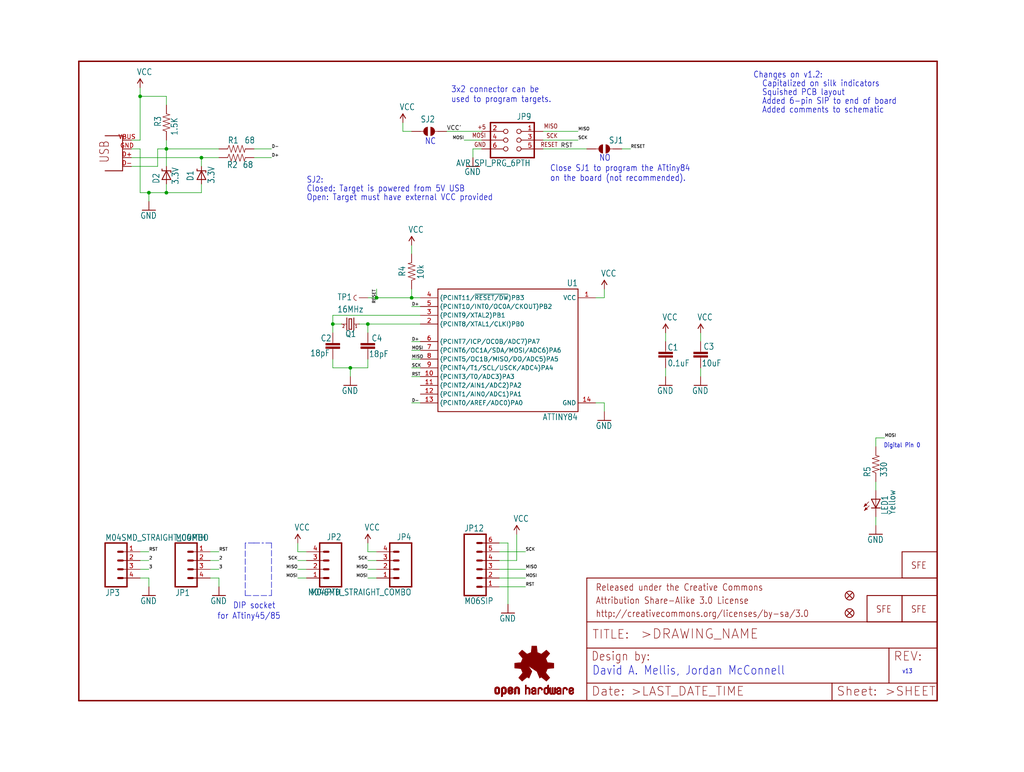
<source format=kicad_sch>
(kicad_sch (version 20211123) (generator eeschema)
  (paper "User" 297.002 223.926)
  (lib_symbols
    (symbol "eagleSchem-eagle-import:ATTINY84"
      (property "Value" "ATTINY84" (at -20.32 -20.32 0))
      (symbol "ATTINY84_1_0"
        (pin bidirectional line (at -25.4 15.24 0) (length 5.08) (name "VCC") (number "1"))
        (pin bidirectional line (at 25.4 -7.62 180) (length 5.08) (name "(PCINT3/T0/ADC3)PA3") (number "10"))
        (pin bidirectional line (at 25.4 -10.16 180) (length 5.08) (name "(PCINT2/AIN1/ADC2)PA2") (number "11"))
        (pin bidirectional line (at 25.4 -12.7 180) (length 5.08) (name "(PCINT1/AIN0/ADC1)PA1") (number "12"))
        (pin bidirectional line (at 25.4 -15.24 180) (length 5.08) (name "(PCINT0/AREF/ADC0)PA0") (number "13"))
        (pin bidirectional line (at -25.4 -15.24 0) (length 5.08) (name "GND") (number "14"))
        (pin bidirectional line (at 25.4 7.62 180) (length 5.08) (name "(PCINT8/XTAL1/CLKI)PB0") (number "2"))
        (pin bidirectional line (at 25.4 10.16 180) (length 5.08) (name "(PCINT9/XTAL2)PB1") (number "3"))
        (pin bidirectional line (at 25.4 15.24 180) (length 5.08) (name "(PCINT11/~{RESET/DW})PB3") (number "4"))
        (pin bidirectional line (at 25.4 12.7 180) (length 5.08) (name "(PCINT10/INT0/OC0A/CKOUT)PB2") (number "5"))
        (pin bidirectional line (at 25.4 2.54 180) (length 5.08) (name "(PCINT7/ICP/OC0B/ADC7)PA7") (number "6"))
        (pin bidirectional line (at 25.4 0 180) (length 5.08) (name "(PCINT6/OC1A/SDA/MOSI/ADC6)PA6") (number "7"))
        (pin bidirectional line (at 25.4 -2.54 180) (length 5.08) (name "(PCINT5/OC1B/MISO/DO/ADC5)PA5") (number "8"))
        (pin bidirectional line (at 25.4 -5.08 180) (length 5.08) (name "(PCINT4/T1/SCL/USCK/ADC4)PA4") (number "9"))
      )
    )
    (symbol "eagleSchem-eagle-import:AVR_SPI_PRG_6PTH"
      (property "Reference" "J" (at -4.318 5.842 0))
      (property "Value" "AVR_SPI_PRG_6PTH" (at -4.064 -7.62 0))
      (symbol "AVR_SPI_PRG_6PTH_1_0"
        (text "+5" (at 8.89 3.048 0) (effects (font (size 1.27 1.0795)) (justify left bottom)))
        (text "GND" (at 8.89 -2.032 0) (effects (font (size 1.27 1.0795)) (justify left bottom)))
        (text "MISO" (at -11.938 3.302 0) (effects (font (size 1.27 1.0795)) (justify left bottom)))
        (text "MOSI" (at 8.89 0.635 0) (effects (font (size 1.27 1.0795)) (justify left bottom)))
        (text "RESET" (at -11.938 -2.032 0) (effects (font (size 1.27 1.0795)) (justify left bottom)))
        (text "SCK" (at -11.938 0.508 0) (effects (font (size 1.27 1.0795)) (justify left bottom)))
        (pin passive inverted (at -7.62 2.54 0) (length 7.62) (name "1") (number "1"))
        (pin passive inverted (at 10.16 2.54 180) (length 7.62) (name "2") (number "2"))
        (pin passive inverted (at -7.62 0 0) (length 7.62) (name "3") (number "3"))
        (pin passive inverted (at 10.16 0 180) (length 7.62) (name "4") (number "4"))
        (pin passive inverted (at -7.62 -2.54 0) (length 7.62) (name "5") (number "5"))
        (pin passive inverted (at 10.16 -2.54 180) (length 7.62) (name "6") (number "6"))
      )
    )
    (symbol "eagleSchem-eagle-import:CAP0402-CAP"
      (property "Reference" "C" (at 1.524 2.921 0))
      (property "Value" "CAP0402-CAP" (at 1.524 -2.159 0))
      (symbol "CAP0402-CAP_1_0"
        (pin passive line (at 0 5.08 270) (length 2.54) (name "1") (number "1"))
        (pin passive line (at 0 -2.54 90) (length 2.54) (name "2") (number "2"))
      )
    )
    (symbol "eagleSchem-eagle-import:CRYSTAL5X3"
      (property "Reference" "Y" (at 2.54 1.016 0))
      (property "Value" "CRYSTAL5X3" (at 2.54 -2.54 0))
      (symbol "CRYSTAL5X3_1_0"
        (text "1" (at -2.159 -1.143 0) (effects (font (size 0.8636 0.734)) (justify left bottom)))
        (text "2" (at 1.524 -1.143 0) (effects (font (size 0.8636 0.734)) (justify left bottom)))
        (pin passive line (at -2.54 0 0) (length 0) (name "1") (number "1"))
        (pin passive line (at 2.54 0 180) (length 0) (name "2") (number "3"))
      )
    )
    (symbol "eagleSchem-eagle-import:DIODE-ZENER-BZT52"
      (property "Value" "DIODE-ZENER-BZT52" (at 2.54 -2.3114 0))
      (symbol "DIODE-ZENER-BZT52_1_0"
        (pin passive line (at 2.54 0 180) (length 2.54) (name "C") (number "1"))
        (pin passive line (at -2.54 0 0) (length 2.54) (name "A") (number "2"))
      )
    )
    (symbol "eagleSchem-eagle-import:FIDUCIALUFIDUCIAL")
    (symbol "eagleSchem-eagle-import:FRAME-LETTER"
      (symbol "FRAME-LETTER_2_0"
        (text ">DRAWING_NAME" (at 15.494 17.78 0) (effects (font (size 2.7432 2.7432)) (justify left bottom)))
        (text ">LAST_DATE_TIME" (at 12.7 1.27 0) (effects (font (size 2.54 2.54)) (justify left bottom)))
        (text ">SHEET" (at 86.36 1.27 0) (effects (font (size 2.54 2.54)) (justify left bottom)))
        (text "Attribution Share-Alike 3.0 License" (at 2.54 27.94 0) (effects (font (size 1.9304 1.6408)) (justify left bottom)))
        (text "Date:" (at 1.27 1.27 0) (effects (font (size 2.54 2.54)) (justify left bottom)))
        (text "Design by:" (at 1.27 11.43 0) (effects (font (size 2.54 2.159)) (justify left bottom)))
        (text "http://creativecommons.org/licenses/by-sa/3.0" (at 2.54 24.13 0) (effects (font (size 1.9304 1.6408)) (justify left bottom)))
        (text "Released under the Creative Commons" (at 2.54 31.75 0) (effects (font (size 1.9304 1.6408)) (justify left bottom)))
        (text "REV:" (at 88.9 11.43 0) (effects (font (size 2.54 2.54)) (justify left bottom)))
        (text "Sheet:" (at 72.39 1.27 0) (effects (font (size 2.54 2.54)) (justify left bottom)))
        (text "TITLE:" (at 1.524 17.78 0) (effects (font (size 2.54 2.54)) (justify left bottom)))
      )
    )
    (symbol "eagleSchem-eagle-import:GND" (power)
      (property "Value" "GND" (at -2.54 -2.54 0))
      (symbol "GND_1_0"
        (pin power_in line (at 0 2.54 270) (length 2.54) (name "GND") (number "1"))
      )
    )
    (symbol "eagleSchem-eagle-import:LED0603"
      (property "Reference" "LED" (at 3.556 -4.572 90))
      (property "Value" "LED0603" (at 5.715 -4.572 90))
      (symbol "LED0603_1_0"
        (pin passive line (at 0 2.54 270) (length 2.54) (name "A") (number "A"))
        (pin passive line (at 0 -5.08 90) (length 2.54) (name "C") (number "C"))
      )
    )
    (symbol "eagleSchem-eagle-import:LOGO-SFENW2"
      (symbol "LOGO-SFENW2_1_0"
        (text "SFE" (at 0 0 0) (effects (font (size 1.9304 1.6408)) (justify left bottom)))
      )
    )
    (symbol "eagleSchem-eagle-import:LOGO-SFESK"
      (symbol "LOGO-SFESK_1_0"
        (text "SFE" (at 0 0 0) (effects (font (size 1.9304 1.6408)) (justify left bottom)))
      )
    )
    (symbol "eagleSchem-eagle-import:M04PTH"
      (property "Reference" "JP" (at -5.08 8.382 0))
      (property "Value" "M04PTH" (at -5.08 -7.62 0))
      (symbol "M04PTH_1_0"
        (pin passive line (at 5.08 -2.54 180) (length 5.08) (name "1") (number "1"))
        (pin passive line (at 5.08 0 180) (length 5.08) (name "2") (number "2"))
        (pin passive line (at 5.08 2.54 180) (length 5.08) (name "3") (number "3"))
        (pin passive line (at 5.08 5.08 180) (length 5.08) (name "4") (number "4"))
      )
    )
    (symbol "eagleSchem-eagle-import:M04SMD_STRAIGHT_COMBO"
      (property "Reference" "JP" (at -5.08 8.382 0))
      (property "Value" "M04SMD_STRAIGHT_COMBO" (at -5.08 -7.62 0))
      (symbol "M04SMD_STRAIGHT_COMBO_1_0"
        (pin passive line (at 5.08 -2.54 180) (length 5.08) (name "1") (number "1"))
        (pin passive line (at 5.08 0 180) (length 5.08) (name "2") (number "2"))
        (pin passive line (at 5.08 2.54 180) (length 5.08) (name "3") (number "3"))
        (pin passive line (at 5.08 5.08 180) (length 5.08) (name "4") (number "4"))
      )
    )
    (symbol "eagleSchem-eagle-import:M06SIP"
      (property "Reference" "JP" (at -5.08 10.922 0))
      (property "Value" "M06SIP" (at -5.08 -10.16 0))
      (symbol "M06SIP_1_0"
        (pin passive line (at 5.08 -5.08 180) (length 5.08) (name "1") (number "1"))
        (pin passive line (at 5.08 -2.54 180) (length 5.08) (name "2") (number "2"))
        (pin passive line (at 5.08 0 180) (length 5.08) (name "3") (number "3"))
        (pin passive line (at 5.08 2.54 180) (length 5.08) (name "4") (number "4"))
        (pin passive line (at 5.08 5.08 180) (length 5.08) (name "5") (number "5"))
        (pin passive line (at 5.08 7.62 180) (length 5.08) (name "6") (number "6"))
      )
    )
    (symbol "eagleSchem-eagle-import:OSHW-LOGOS")
    (symbol "eagleSchem-eagle-import:RESISTOR0402-RES"
      (property "Reference" "R" (at -3.81 1.4986 0))
      (property "Value" "RESISTOR0402-RES" (at -3.81 -3.302 0))
      (symbol "RESISTOR0402-RES_1_0"
        (pin passive line (at -5.08 0 0) (length 2.54) (name "1") (number "1"))
        (pin passive line (at 5.08 0 180) (length 2.54) (name "2") (number "2"))
      )
    )
    (symbol "eagleSchem-eagle-import:SOLDERJUMPERNC"
      (property "Reference" "SJ" (at -2.54 2.54 0))
      (property "Value" "SOLDERJUMPERNC" (at -2.54 -5.08 0))
      (symbol "SOLDERJUMPERNC_1_0"
        (pin passive line (at -5.08 0 0) (length 2.54) (name "1") (number "1"))
        (pin passive line (at 5.08 0 180) (length 2.54) (name "2") (number "2"))
      )
    )
    (symbol "eagleSchem-eagle-import:SOLDERJUMPERNO"
      (property "Reference" "SJ" (at -2.54 2.54 0))
      (property "Value" "SOLDERJUMPERNO" (at -2.54 -5.08 0))
      (symbol "SOLDERJUMPERNO_1_0"
        (pin passive line (at -5.08 0 0) (length 2.54) (name "1") (number "1"))
        (pin passive line (at 5.08 0 180) (length 2.54) (name "2") (number "2"))
      )
    )
    (symbol "eagleSchem-eagle-import:TEST-POINT3"
      (property "Reference" "TP" (at -2.54 2.54 0))
      (property "Value" "TEST-POINT3" (at -2.54 -2.54 0))
      (symbol "TEST-POINT3_1_0"
        (pin bidirectional line (at 0 0 180) (length 0) (name "1") (number "P$1"))
      )
    )
    (symbol "eagleSchem-eagle-import:USB-A-H"
      (symbol "USB-A-H_1_0"
        (text "USB" (at 3.81 0 900) (effects (font (size 2.54 2.159)) (justify left bottom)))
        (pin bidirectional line (at -2.54 5.08 0) (length 2.54) (name "D-") (number "D+"))
        (pin bidirectional line (at -2.54 7.62 0) (length 2.54) (name "D+") (number "D-"))
        (pin bidirectional line (at -2.54 2.54 0) (length 2.54) (name "VBUS") (number "GND"))
        (pin bidirectional line (at -2.54 0 0) (length 2.54) (name "GND") (number "VBUS"))
      )
    )
    (symbol "eagleSchem-eagle-import:VCC" (power)
      (property "Value" "VCC" (at -1.016 3.556 0))
      (symbol "VCC_1_0"
        (pin power_in line (at 0 0 90) (length 2.54) (name "VCC") (number "1"))
      )
    )
  )
  (junction (at 106.68 93.98))
  (junction (at 48.26 55.88))
  (junction (at 48.26 43.18))
  (junction (at 40.64 27.94))
  (junction (at 43.18 55.88))
  (junction (at 109.22 86.36))
  (junction (at 119.38 86.36))
  (junction (at 96.52 93.98))
  (junction (at 58.42 45.72))
  (junction (at 101.6 106.68))
  (wire (pts (xy 40.64 25.4) (xy 40.64 27.94)))
  (wire (pts (xy 175.26 116.84) (xy 172.72 116.84)))
  (wire (pts (xy 40.64 167.64) (xy 43.18 167.64)))
  (wire (pts (xy 254 149.86) (xy 254 152.4)))
  (wire (pts (xy 96.52 106.68) (xy 101.6 106.68)))
  (wire (pts (xy 63.5 167.64) (xy 63.5 170.18)))
  (polyline (pts (xy 71.12 157.48) (xy 71.12 172.72)))
  (polyline (pts (xy 78.74 172.72) (xy 78.74 157.48)))
  (wire (pts (xy 254 139.7) (xy 254 142.24)))
  (wire (pts (xy 119.38 73.66) (xy 119.38 71.12)))
  (wire (pts (xy 96.52 104.14) (xy 96.52 106.68)))
  (wire (pts (xy 193.04 106.68) (xy 193.04 109.22)))
  (wire (pts (xy 254 129.54) (xy 254 127)))
  (wire (pts (xy 121.92 88.9) (xy 119.38 88.9)))
  (wire (pts (xy 60.96 160.02) (xy 63.5 160.02)))
  (wire (pts (xy 203.2 96.52) (xy 203.2 99.06)))
  (wire (pts (xy 58.42 55.88) (xy 58.42 53.34)))
  (wire (pts (xy 144.78 157.48) (xy 147.32 157.48)))
  (wire (pts (xy 88.9 167.64) (xy 86.36 167.64)))
  (wire (pts (xy 254 127) (xy 256.54 127)))
  (wire (pts (xy 86.36 160.02) (xy 86.36 157.48)))
  (wire (pts (xy 109.22 167.64) (xy 106.68 167.64)))
  (polyline (pts (xy 73.66 157.48) (xy 71.12 157.48)))
  (wire (pts (xy 40.64 55.88) (xy 43.18 55.88)))
  (wire (pts (xy 101.6 106.68) (xy 101.6 109.22)))
  (wire (pts (xy 40.64 27.94) (xy 40.64 40.64)))
  (wire (pts (xy 180.34 43.18) (xy 182.88 43.18)))
  (wire (pts (xy 109.22 86.36) (xy 119.38 86.36)))
  (wire (pts (xy 109.22 83.82) (xy 109.22 86.36)))
  (wire (pts (xy 116.84 38.1) (xy 116.84 35.56)))
  (wire (pts (xy 119.38 104.14) (xy 121.92 104.14)))
  (wire (pts (xy 144.78 167.64) (xy 152.4 167.64)))
  (wire (pts (xy 63.5 45.72) (xy 58.42 45.72)))
  (wire (pts (xy 121.92 93.98) (xy 106.68 93.98)))
  (wire (pts (xy 58.42 48.26) (xy 58.42 45.72)))
  (wire (pts (xy 60.96 162.56) (xy 63.5 162.56)))
  (wire (pts (xy 88.9 165.1) (xy 86.36 165.1)))
  (wire (pts (xy 48.26 27.94) (xy 48.26 30.48)))
  (wire (pts (xy 193.04 96.52) (xy 193.04 99.06)))
  (wire (pts (xy 40.64 40.64) (xy 38.1 40.64)))
  (wire (pts (xy 106.68 106.68) (xy 101.6 106.68)))
  (wire (pts (xy 119.38 101.6) (xy 121.92 101.6)))
  (wire (pts (xy 106.68 93.98) (xy 106.68 96.52)))
  (wire (pts (xy 96.52 93.98) (xy 96.52 96.52)))
  (wire (pts (xy 40.64 162.56) (xy 43.18 162.56)))
  (wire (pts (xy 38.1 48.26) (xy 45.72 48.26)))
  (wire (pts (xy 60.96 167.64) (xy 63.5 167.64)))
  (wire (pts (xy 60.96 165.1) (xy 63.5 165.1)))
  (wire (pts (xy 175.26 116.84) (xy 175.26 119.38)))
  (polyline (pts (xy 78.74 157.48) (xy 76.2 157.48)))
  (wire (pts (xy 119.38 83.82) (xy 119.38 86.36)))
  (wire (pts (xy 99.06 93.98) (xy 96.52 93.98)))
  (wire (pts (xy 149.86 162.56) (xy 149.86 154.94)))
  (wire (pts (xy 157.48 38.1) (xy 167.64 38.1)))
  (wire (pts (xy 58.42 45.72) (xy 38.1 45.72)))
  (wire (pts (xy 139.7 43.18) (xy 137.16 43.18)))
  (wire (pts (xy 48.26 55.88) (xy 43.18 55.88)))
  (wire (pts (xy 88.9 162.56) (xy 86.36 162.56)))
  (wire (pts (xy 147.32 157.48) (xy 147.32 175.26)))
  (wire (pts (xy 40.64 165.1) (xy 43.18 165.1)))
  (wire (pts (xy 109.22 160.02) (xy 106.68 160.02)))
  (wire (pts (xy 121.92 99.06) (xy 119.38 99.06)))
  (wire (pts (xy 144.78 160.02) (xy 152.4 160.02)))
  (wire (pts (xy 121.92 86.36) (xy 119.38 86.36)))
  (wire (pts (xy 175.26 86.36) (xy 175.26 83.82)))
  (wire (pts (xy 139.7 38.1) (xy 129.54 38.1)))
  (wire (pts (xy 137.16 43.18) (xy 137.16 45.72)))
  (wire (pts (xy 40.64 43.18) (xy 40.64 55.88)))
  (wire (pts (xy 73.66 45.72) (xy 78.74 45.72)))
  (wire (pts (xy 144.78 165.1) (xy 152.4 165.1)))
  (wire (pts (xy 48.26 27.94) (xy 40.64 27.94)))
  (wire (pts (xy 48.26 40.64) (xy 48.26 43.18)))
  (wire (pts (xy 45.72 43.18) (xy 48.26 43.18)))
  (wire (pts (xy 63.5 43.18) (xy 48.26 43.18)))
  (wire (pts (xy 43.18 167.64) (xy 43.18 170.18)))
  (wire (pts (xy 48.26 43.18) (xy 48.26 48.26)))
  (wire (pts (xy 109.22 162.56) (xy 106.68 162.56)))
  (wire (pts (xy 172.72 86.36) (xy 175.26 86.36)))
  (wire (pts (xy 203.2 106.68) (xy 203.2 109.22)))
  (wire (pts (xy 106.68 86.36) (xy 109.22 86.36)))
  (wire (pts (xy 48.26 55.88) (xy 48.26 53.34)))
  (wire (pts (xy 119.38 106.68) (xy 121.92 106.68)))
  (wire (pts (xy 40.64 160.02) (xy 43.18 160.02)))
  (wire (pts (xy 144.78 162.56) (xy 149.86 162.56)))
  (wire (pts (xy 73.66 43.18) (xy 78.74 43.18)))
  (wire (pts (xy 157.48 40.64) (xy 167.64 40.64)))
  (wire (pts (xy 106.68 93.98) (xy 104.14 93.98)))
  (wire (pts (xy 121.92 91.44) (xy 96.52 91.44)))
  (wire (pts (xy 157.48 43.18) (xy 170.18 43.18)))
  (wire (pts (xy 109.22 165.1) (xy 106.68 165.1)))
  (wire (pts (xy 45.72 48.26) (xy 45.72 43.18)))
  (wire (pts (xy 119.38 38.1) (xy 116.84 38.1)))
  (wire (pts (xy 88.9 160.02) (xy 86.36 160.02)))
  (wire (pts (xy 43.18 55.88) (xy 43.18 58.42)))
  (wire (pts (xy 106.68 104.14) (xy 106.68 106.68)))
  (wire (pts (xy 119.38 109.22) (xy 121.92 109.22)))
  (wire (pts (xy 48.26 55.88) (xy 58.42 55.88)))
  (wire (pts (xy 38.1 43.18) (xy 40.64 43.18)))
  (polyline (pts (xy 71.12 172.72) (xy 78.74 172.72)))
  (wire (pts (xy 144.78 170.18) (xy 152.4 170.18)))
  (polyline (pts (xy 73.66 157.48) (xy 76.2 157.48)))
  (wire (pts (xy 106.68 160.02) (xy 106.68 157.48)))
  (wire (pts (xy 96.52 91.44) (xy 96.52 93.98)))
  (wire (pts (xy 121.92 116.84) (xy 119.38 116.84)))
  (wire (pts (xy 139.7 40.64) (xy 134.62 40.64)))
  (text "NC" (at 123.19 42.164 180) (effects (font (size 1.778 1.5113)) (justify left bottom)))
  (text "Close SJ1 to program the ATtiny84\non the board (not recommended)." (at 159.512 52.832 0) (effects (font (size 1.778 1.5113)) (justify left bottom)))
  (text "Capitalized on silk indicators" (at 220.98 25.4 180) (effects (font (size 1.778 1.5113)) (justify left bottom)))
  (text "SJ2:" (at 88.9 53.34 180) (effects (font (size 1.778 1.5113)) (justify left bottom)))
  (text "David A. Mellis, Jordan McConnell" (at 171.704 196.088 180) (effects (font (size 2.54 2.159)) (justify left bottom)))
  (text "Open: Target must have external VCC provided" (at 88.9 58.42 180) (effects (font (size 1.778 1.5113)) (justify left bottom)))
  (text "Added 6-pin SIP to end of board" (at 220.98 30.48 180) (effects (font (size 1.778 1.5113)) (justify left bottom)))
  (text "for ATtiny45/85" (at 62.992 179.832 180) (effects (font (size 1.778 1.5113)) (justify left bottom)))
  (text "Closed: Target is powered from 5V USB" (at 88.9 55.88 180) (effects (font (size 1.778 1.5113)) (justify left bottom)))
  (text "NO" (at 173.736 46.99 180) (effects (font (size 1.778 1.5113)) (justify left bottom)))
  (text "v13" (at 261.62 195.58 180) (effects (font (size 1.27 1.0795)) (justify left bottom)))
  (text "Digital Pin 0" (at 256.286 130.048 180) (effects (font (size 1.27 1.0795)) (justify left bottom)))
  (text "DIP socket" (at 67.564 176.784 180) (effects (font (size 1.778 1.5113)) (justify left bottom)))
  (text "Squished PCB layout" (at 220.98 27.94 180) (effects (font (size 1.778 1.5113)) (justify left bottom)))
  (text "Added comments to schematic" (at 220.98 33.02 180) (effects (font (size 1.778 1.5113)) (justify left bottom)))
  (text "Changes on v1.2:" (at 218.44 22.86 180) (effects (font (size 1.778 1.5113)) (justify left bottom)))
  (text "3x2 connector can be\nused to program targets." (at 130.81 29.972 180) (effects (font (size 1.778 1.5113)) (justify left bottom)))
  (label "MISO" (at 167.64 38.1 0) (effects (font (size 0.889 0.889))))
  (label "RESET" (at 109.22 83.82 270) (effects (font (size 0.889 0.889))))
  (label "2" (at 63.5 162.56 0) (effects (font (size 0.889 0.889))))
  (label "MOSI" (at 119.38 101.6 0) (effects (font (size 0.889 0.889))))
  (label "D-" (at 78.74 43.18 0) (effects (font (size 0.889 0.889))))
  (label "MISO" (at 86.36 165.1 180) (effects (font (size 0.889 0.889))))
  (label "D+" (at 119.38 99.06 0) (effects (font (size 0.889 0.889))))
  (label "MOSI" (at 134.62 40.64 180) (effects (font (size 0.889 0.889))))
  (label "RST" (at 152.4 170.18 0) (effects (font (size 0.889 0.889))))
  (label "MOSI" (at 256.54 127 0) (effects (font (size 0.889 0.889))))
  (label "D+" (at 119.38 88.9 0) (effects (font (size 0.889 0.889))))
  (label "2" (at 43.18 162.56 0) (effects (font (size 0.889 0.889))))
  (label "D+" (at 78.74 45.72 0) (effects (font (size 0.889 0.889))))
  (label "MISO" (at 152.4 165.1 0) (effects (font (size 0.889 0.889))))
  (label "MOSI" (at 106.68 167.64 180) (effects (font (size 0.889 0.889))))
  (label "MOSI" (at 86.36 167.64 180) (effects (font (size 0.889 0.889))))
  (label "RST" (at 162.56 43.18 0) (effects (font (size 1.2446 1.2446))))
  (label "MISO" (at 119.38 104.14 0) (effects (font (size 0.889 0.889))))
  (label "RST" (at 119.38 109.22 0) (effects (font (size 0.889 0.889))))
  (label "RST" (at 43.18 160.02 0) (effects (font (size 0.889 0.889))))
  (label "VCC'" (at 129.54 38.1 0) (effects (font (size 1.2446 1.2446))))
  (label "SCK" (at 167.64 40.64 0) (effects (font (size 0.889 0.889))))
  (label "RESET" (at 182.88 43.18 0) (effects (font (size 0.889 0.889))))
  (label "MISO" (at 106.68 165.1 180) (effects (font (size 0.889 0.889))))
  (label "3" (at 63.5 165.1 0) (effects (font (size 0.889 0.889))))
  (label "SCK" (at 86.36 162.56 180) (effects (font (size 0.889 0.889))))
  (label "3" (at 43.18 165.1 0) (effects (font (size 0.889 0.889))))
  (label "SCK" (at 106.68 162.56 180) (effects (font (size 0.889 0.889))))
  (label "SCK" (at 152.4 160.02 0) (effects (font (size 0.889 0.889))))
  (label "RST" (at 63.5 160.02 0) (effects (font (size 0.889 0.889))))
  (label "SCK" (at 119.38 106.68 0) (effects (font (size 0.889 0.889))))
  (label "D-" (at 119.38 116.84 0) (effects (font (size 0.889 0.889))))
  (label "MOSI" (at 152.4 167.64 0) (effects (font (size 0.889 0.889))))
  (symbol (lib_id "eagleSchem-eagle-import:M04SMD_STRAIGHT_COMBO") (at 114.3 165.1 0) (mirror y) (unit 1)
    (property "Reference" "JP4" (at 119.38 156.718 0) (effects (font (size 1.778 1.5113)) (justify left bottom)))
    (property "Value" "M04SMD_STRAIGHT_COMBO" (at 119.38 172.72 0) (effects (font (size 1.778 1.5113)) (justify left bottom)))
    (property "Footprint" "eagleSchem:1X04_SMD_STRAIGHT_COMBO" (effects hide))
  )
  (symbol (lib_id "eagleSchem-eagle-import:RESISTOR0402-RES") (at 68.58 43.18 0) (unit 1)
    (property "Reference" "R1" (at 66.04 41.656 0) (effects (font (size 1.778 1.5113)) (justify left bottom)))
    (property "Value" "68" (at 70.866 41.656 0) (effects (font (size 1.778 1.5113)) (justify left bottom)))
    (property "Footprint" "eagleSchem:0402-RES" (effects hide))
  )
  (symbol (lib_id "eagleSchem-eagle-import:RESISTOR0402-RES") (at 119.38 78.74 270) (mirror x) (unit 1)
    (property "Reference" "R4" (at 117.602 80.264 0) (effects (font (size 1.778 1.5113)) (justify left top)))
    (property "Value" "10k" (at 122.936 81.026 0) (effects (font (size 1.778 1.5113)) (justify left top)))
    (property "Footprint" "eagleSchem:0402-RES" (effects hide))
  )
  (symbol (lib_id "eagleSchem-eagle-import:CAP0402-CAP") (at 96.52 101.6 0) (mirror y) (unit 1)
    (property "Reference" "C2" (at 92.964 99.06 0) (effects (font (size 1.778 1.5113)) (justify right bottom)))
    (property "Value" "18pF" (at 89.916 103.378 0) (effects (font (size 1.778 1.5113)) (justify right bottom)))
    (property "Footprint" "eagleSchem:0402-CAP" (effects hide))
  )
  (symbol (lib_id "eagleSchem-eagle-import:GND") (at 101.6 111.76 0) (unit 1)
    (property "Reference" "#GND13" (effects hide))
    (property "Value" "GND" (at 99.06 114.3 0) (effects (font (size 1.778 1.5113)) (justify left bottom)))
    (property "Footprint" "eagleSchem:" (effects hide))
  )
  (symbol (lib_id "eagleSchem-eagle-import:VCC") (at 175.26 83.82 0) (unit 1)
    (property "Reference" "#SUPPLY2" (effects hide))
    (property "Value" "VCC" (at 174.244 80.264 0) (effects (font (size 1.778 1.5113)) (justify left bottom)))
    (property "Footprint" "eagleSchem:" (effects hide))
  )
  (symbol (lib_id "eagleSchem-eagle-import:FIDUCIALUFIDUCIAL") (at 246.38 177.8 0) (unit 1)
    (property "Reference" "JP8" (effects hide))
    (property "Value" "FIDUCIALUFIDUCIAL" (effects hide))
    (property "Footprint" "eagleSchem:MICRO-FIDUCIAL" (effects hide))
  )
  (symbol (lib_id "eagleSchem-eagle-import:RESISTOR0402-RES") (at 48.26 35.56 90) (unit 1)
    (property "Reference" "R3" (at 46.7614 36.83 0) (effects (font (size 1.778 1.5113)) (justify left bottom)))
    (property "Value" "1.5K" (at 51.562 39.37 0) (effects (font (size 1.778 1.5113)) (justify left bottom)))
    (property "Footprint" "eagleSchem:0402-RES" (effects hide))
  )
  (symbol (lib_id "eagleSchem-eagle-import:M04PTH") (at 55.88 162.56 0) (mirror x) (unit 1)
    (property "Reference" "JP1" (at 50.8 170.942 0) (effects (font (size 1.778 1.5113)) (justify left bottom)))
    (property "Value" "M04PTH" (at 50.8 154.94 0) (effects (font (size 1.778 1.5113)) (justify left bottom)))
    (property "Footprint" "eagleSchem:1X04" (effects hide))
  )
  (symbol (lib_id "eagleSchem-eagle-import:AVR_SPI_PRG_6PTH") (at 149.86 40.64 0) (mirror y) (unit 1)
    (property "Reference" "JP9" (at 154.178 34.798 0) (effects (font (size 1.778 1.5113)) (justify left bottom)))
    (property "Value" "AVR_SPI_PRG_6PTH" (at 153.924 48.26 0) (effects (font (size 1.778 1.5113)) (justify left bottom)))
    (property "Footprint" "eagleSchem:2X3" (effects hide))
  )
  (symbol (lib_id "eagleSchem-eagle-import:GND") (at 43.18 60.96 0) (unit 1)
    (property "Reference" "#GND10" (effects hide))
    (property "Value" "GND" (at 40.64 63.5 0) (effects (font (size 1.778 1.5113)) (justify left bottom)))
    (property "Footprint" "eagleSchem:" (effects hide))
  )
  (symbol (lib_id "eagleSchem-eagle-import:CAP0402-CAP") (at 193.04 104.14 0) (unit 1)
    (property "Reference" "C1" (at 193.548 101.727 0) (effects (font (size 1.778 1.5113)) (justify left bottom)))
    (property "Value" "0.1uF" (at 193.548 106.299 0) (effects (font (size 1.778 1.5113)) (justify left bottom)))
    (property "Footprint" "eagleSchem:0402-CAP" (effects hide))
  )
  (symbol (lib_id "eagleSchem-eagle-import:FRAME-LETTER") (at 170.18 203.2 0) (unit 2)
    (property "Reference" "FRAME1" (effects hide))
    (property "Value" "FRAME-LETTER" (effects hide))
    (property "Footprint" "eagleSchem:CREATIVE_COMMONS" (effects hide))
  )
  (symbol (lib_id "eagleSchem-eagle-import:CAP0402-CAP") (at 203.2 104.14 0) (unit 1)
    (property "Reference" "C3" (at 203.962 101.473 0) (effects (font (size 1.778 1.5113)) (justify left bottom)))
    (property "Value" "10uF" (at 203.454 106.299 0) (effects (font (size 1.778 1.5113)) (justify left bottom)))
    (property "Footprint" "eagleSchem:0402-CAP" (effects hide))
  )
  (symbol (lib_id "eagleSchem-eagle-import:VCC") (at 119.38 71.12 0) (unit 1)
    (property "Reference" "#SUPPLY1" (effects hide))
    (property "Value" "VCC" (at 118.364 67.564 0) (effects (font (size 1.778 1.5113)) (justify left bottom)))
    (property "Footprint" "eagleSchem:" (effects hide))
  )
  (symbol (lib_id "eagleSchem-eagle-import:GND") (at 203.2 111.76 0) (unit 1)
    (property "Reference" "#GND15" (effects hide))
    (property "Value" "GND" (at 200.66 114.3 0) (effects (font (size 1.778 1.5113)) (justify left bottom)))
    (property "Footprint" "eagleSchem:" (effects hide))
  )
  (symbol (lib_id "eagleSchem-eagle-import:CAP0402-CAP") (at 106.68 101.6 0) (mirror y) (unit 1)
    (property "Reference" "C4" (at 107.696 99.06 0) (effects (font (size 1.778 1.5113)) (justify right bottom)))
    (property "Value" "18pF" (at 106.934 103.632 0) (effects (font (size 1.778 1.5113)) (justify right bottom)))
    (property "Footprint" "eagleSchem:0402-CAP" (effects hide))
  )
  (symbol (lib_id "eagleSchem-eagle-import:LED0603") (at 254 144.78 0) (unit 1)
    (property "Reference" "LED1" (at 257.556 149.352 90) (effects (font (size 1.778 1.5113)) (justify left bottom)))
    (property "Value" "Yellow" (at 259.715 149.352 90) (effects (font (size 1.778 1.5113)) (justify left bottom)))
    (property "Footprint" "eagleSchem:LED-0603" (effects hide))
  )
  (symbol (lib_id "eagleSchem-eagle-import:SOLDERJUMPERNO") (at 175.26 43.18 180) (unit 1)
    (property "Reference" "SJ1" (at 176.53 41.656 0) (effects (font (size 1.778 1.5113)) (justify right top)))
    (property "Value" "SOLDERJUMPERNO" (effects hide))
    (property "Footprint" "eagleSchem:SJ_2S-NO" (effects hide))
  )
  (symbol (lib_id "eagleSchem-eagle-import:GND") (at 175.26 121.92 0) (unit 1)
    (property "Reference" "#GND12" (effects hide))
    (property "Value" "GND" (at 172.72 124.46 0) (effects (font (size 1.778 1.5113)) (justify left bottom)))
    (property "Footprint" "eagleSchem:" (effects hide))
  )
  (symbol (lib_id "eagleSchem-eagle-import:GND") (at 43.18 172.72 0) (unit 1)
    (property "Reference" "#GND17" (effects hide))
    (property "Value" "GND" (at 40.64 175.26 0) (effects (font (size 1.778 1.5113)) (justify left bottom)))
    (property "Footprint" "eagleSchem:" (effects hide))
  )
  (symbol (lib_id "eagleSchem-eagle-import:GND") (at 63.5 172.72 0) (unit 1)
    (property "Reference" "#GND18" (effects hide))
    (property "Value" "GND" (at 60.96 175.26 0) (effects (font (size 1.778 1.5113)) (justify left bottom)))
    (property "Footprint" "eagleSchem:" (effects hide))
  )
  (symbol (lib_id "eagleSchem-eagle-import:VCC") (at 203.2 96.52 0) (unit 1)
    (property "Reference" "#SUPPLY4" (effects hide))
    (property "Value" "VCC" (at 202.184 92.964 0) (effects (font (size 1.778 1.5113)) (justify left bottom)))
    (property "Footprint" "eagleSchem:" (effects hide))
  )
  (symbol (lib_id "eagleSchem-eagle-import:GND") (at 193.04 111.76 0) (unit 1)
    (property "Reference" "#GND14" (effects hide))
    (property "Value" "GND" (at 190.5 114.3 0) (effects (font (size 1.778 1.5113)) (justify left bottom)))
    (property "Footprint" "eagleSchem:" (effects hide))
  )
  (symbol (lib_id "eagleSchem-eagle-import:DIODE-ZENER-BZT52") (at 48.26 50.8 90) (unit 1)
    (property "Reference" "D2" (at 46.2534 53.34 0) (effects (font (size 1.778 1.5113)) (justify left bottom)))
    (property "Value" "3.3V" (at 51.8414 53.594 0) (effects (font (size 1.778 1.5113)) (justify left bottom)))
    (property "Footprint" "eagleSchem:SOD-323" (effects hide))
  )
  (symbol (lib_id "eagleSchem-eagle-import:TEST-POINT3") (at 106.68 86.36 180) (unit 1)
    (property "Reference" "TP1" (at 97.79 87.122 0) (effects (font (size 1.778 1.5113)) (justify right top)))
    (property "Value" "TEST-POINT3" (effects hide))
    (property "Footprint" "eagleSchem:PAD.03X.03" (effects hide))
  )
  (symbol (lib_id "eagleSchem-eagle-import:M04PTH") (at 93.98 165.1 0) (mirror y) (unit 1)
    (property "Reference" "JP2" (at 99.06 156.718 0) (effects (font (size 1.778 1.5113)) (justify left bottom)))
    (property "Value" "M04PTH" (at 99.06 172.72 0) (effects (font (size 1.778 1.5113)) (justify left bottom)))
    (property "Footprint" "eagleSchem:1X04" (effects hide))
  )
  (symbol (lib_id "eagleSchem-eagle-import:LOGO-SFESK") (at 264.16 165.1 0) (unit 1)
    (property "Reference" "JP11" (effects hide))
    (property "Value" "LOGO-SFESK" (effects hide))
    (property "Footprint" "eagleSchem:SFE-LOGO-FLAME" (effects hide))
  )
  (symbol (lib_id "eagleSchem-eagle-import:VCC") (at 149.86 154.94 0) (unit 1)
    (property "Reference" "#P+4" (effects hide))
    (property "Value" "VCC" (at 148.844 151.384 0) (effects (font (size 1.778 1.5113)) (justify left bottom)))
    (property "Footprint" "eagleSchem:" (effects hide))
  )
  (symbol (lib_id "eagleSchem-eagle-import:VCC") (at 116.84 35.56 0) (unit 1)
    (property "Reference" "#SUPPLY7" (effects hide))
    (property "Value" "VCC" (at 115.824 32.004 0) (effects (font (size 1.778 1.5113)) (justify left bottom)))
    (property "Footprint" "eagleSchem:" (effects hide))
  )
  (symbol (lib_id "eagleSchem-eagle-import:M06SIP") (at 139.7 165.1 0) (unit 1)
    (property "Reference" "JP12" (at 134.62 154.178 0) (effects (font (size 1.778 1.5113)) (justify left bottom)))
    (property "Value" "M06SIP" (at 134.62 175.26 0) (effects (font (size 1.778 1.5113)) (justify left bottom)))
    (property "Footprint" "eagleSchem:1X06" (effects hide))
  )
  (symbol (lib_id "eagleSchem-eagle-import:RESISTOR0402-RES") (at 254 134.62 90) (unit 1)
    (property "Reference" "R5" (at 252.5014 138.43 0) (effects (font (size 1.778 1.5113)) (justify left bottom)))
    (property "Value" "330" (at 257.302 138.43 0) (effects (font (size 1.778 1.5113)) (justify left bottom)))
    (property "Footprint" "eagleSchem:0402-RES" (effects hide))
  )
  (symbol (lib_id "eagleSchem-eagle-import:FIDUCIALUFIDUCIAL") (at 246.38 172.72 0) (unit 1)
    (property "Reference" "JP7" (effects hide))
    (property "Value" "FIDUCIALUFIDUCIAL" (effects hide))
    (property "Footprint" "eagleSchem:MICRO-FIDUCIAL" (effects hide))
  )
  (symbol (lib_id "eagleSchem-eagle-import:SOLDERJUMPERNC") (at 124.46 38.1 0) (unit 1)
    (property "Reference" "SJ2" (at 121.92 35.56 0) (effects (font (size 1.778 1.5113)) (justify left bottom)))
    (property "Value" "NC" (effects hide))
    (property "Footprint" "eagleSchem:SJ_2S" (effects hide))
  )
  (symbol (lib_id "eagleSchem-eagle-import:VCC") (at 193.04 96.52 0) (unit 1)
    (property "Reference" "#SUPPLY3" (effects hide))
    (property "Value" "VCC" (at 192.024 92.964 0) (effects (font (size 1.778 1.5113)) (justify left bottom)))
    (property "Footprint" "eagleSchem:" (effects hide))
  )
  (symbol (lib_id "eagleSchem-eagle-import:VCC") (at 86.36 157.48 0) (unit 1)
    (property "Reference" "#SUPPLY5" (effects hide))
    (property "Value" "VCC" (at 85.344 153.924 0) (effects (font (size 1.778 1.5113)) (justify left bottom)))
    (property "Footprint" "eagleSchem:" (effects hide))
  )
  (symbol (lib_id "eagleSchem-eagle-import:M04SMD_STRAIGHT_COMBO") (at 35.56 162.56 0) (mirror x) (unit 1)
    (property "Reference" "JP3" (at 30.48 170.942 0) (effects (font (size 1.778 1.5113)) (justify left bottom)))
    (property "Value" "M04SMD_STRAIGHT_COMBO" (at 30.48 154.94 0) (effects (font (size 1.778 1.5113)) (justify left bottom)))
    (property "Footprint" "eagleSchem:1X04_SMD_STRAIGHT_COMBO" (effects hide))
  )
  (symbol (lib_id "eagleSchem-eagle-import:USB-A-H") (at 35.56 40.64 180) (unit 1)
    (property "Reference" "X1" (effects hide))
    (property "Value" "USB-A-H" (effects hide))
    (property "Footprint" "eagleSchem:USB-A-H" (effects hide))
  )
  (symbol (lib_id "eagleSchem-eagle-import:DIODE-ZENER-BZT52") (at 58.42 50.8 90) (unit 1)
    (property "Reference" "D1" (at 56.1594 52.578 0) (effects (font (size 1.778 1.5113)) (justify left bottom)))
    (property "Value" "3.3V" (at 62.2554 53.34 0) (effects (font (size 1.778 1.5113)) (justify left bottom)))
    (property "Footprint" "eagleSchem:SOD-323" (effects hide))
  )
  (symbol (lib_id "eagleSchem-eagle-import:VCC") (at 40.64 25.4 0) (unit 1)
    (property "Reference" "#SUPPLY8" (effects hide))
    (property "Value" "VCC" (at 39.624 21.844 0) (effects (font (size 1.778 1.5113)) (justify left bottom)))
    (property "Footprint" "eagleSchem:" (effects hide))
  )
  (symbol (lib_id "eagleSchem-eagle-import:VCC") (at 106.68 157.48 0) (unit 1)
    (property "Reference" "#SUPPLY6" (effects hide))
    (property "Value" "VCC" (at 105.664 153.924 0) (effects (font (size 1.778 1.5113)) (justify left bottom)))
    (property "Footprint" "eagleSchem:" (effects hide))
  )
  (symbol (lib_id "eagleSchem-eagle-import:CRYSTAL5X3") (at 101.6 93.98 0) (mirror y) (unit 1)
    (property "Reference" "Q1" (at 100.076 97.79 0) (effects (font (size 1.778 1.5113)) (justify right bottom)))
    (property "Value" "16MHz" (at 97.79 90.678 0) (effects (font (size 1.778 1.5113)) (justify right bottom)))
    (property "Footprint" "eagleSchem:CRYSTAL-SMD-5X3" (effects hide))
  )
  (symbol (lib_id "eagleSchem-eagle-import:GND") (at 147.32 177.8 0) (unit 1)
    (property "Reference" "#GND2" (effects hide))
    (property "Value" "GND" (at 144.78 180.34 0) (effects (font (size 1.778 1.5113)) (justify left bottom)))
    (property "Footprint" "eagleSchem:" (effects hide))
  )
  (symbol (lib_id "eagleSchem-eagle-import:LOGO-SFESK") (at 254 177.8 0) (unit 1)
    (property "Reference" "JP6" (effects hide))
    (property "Value" "LOGO-SFESK" (effects hide))
    (property "Footprint" "eagleSchem:SFE-LOGO-FLAME" (effects hide))
  )
  (symbol (lib_id "eagleSchem-eagle-import:LOGO-SFENW2") (at 264.16 177.8 0) (unit 1)
    (property "Reference" "JP5" (effects hide))
    (property "Value" "LOGO-SFENW2" (effects hide))
    (property "Footprint" "eagleSchem:SFE-NEW-WEB" (effects hide))
  )
  (symbol (lib_id "eagleSchem-eagle-import:OSHW-LOGOS") (at 154.94 193.04 0) (unit 1)
    (property "Reference" "U$1" (effects hide))
    (property "Value" "OSHW-LOGOS" (effects hide))
    (property "Footprint" "eagleSchem:OSHW-LOGO-S" (effects hide))
  )
  (symbol (lib_id "eagleSchem-eagle-import:FRAME-LETTER") (at 22.86 203.2 0) (unit 1)
    (property "Reference" "FRAME1" (effects hide))
    (property "Value" "FRAME-LETTER" (effects hide))
    (property "Footprint" "eagleSchem:CREATIVE_COMMONS" (effects hide))
  )
  (symbol (lib_id "eagleSchem-eagle-import:GND") (at 254 154.94 0) (unit 1)
    (property "Reference" "#GND16" (effects hide))
    (property "Value" "GND" (at 251.46 157.48 0) (effects (font (size 1.778 1.5113)) (justify left bottom)))
    (property "Footprint" "eagleSchem:" (effects hide))
  )
  (symbol (lib_id "eagleSchem-eagle-import:GND") (at 137.16 48.26 0) (unit 1)
    (property "Reference" "#GND11" (effects hide))
    (property "Value" "GND" (at 134.62 50.8 0) (effects (font (size 1.778 1.5113)) (justify left bottom)))
    (property "Footprint" "eagleSchem:" (effects hide))
  )
  (symbol (lib_id "eagleSchem-eagle-import:ATTINY84") (at 147.32 101.6 0) (mirror y) (unit 1)
    (property "Reference" "U1" (at 167.64 83.058 0) (effects (font (size 1.778 1.5113)) (justify left bottom)))
    (property "Value" "ATTINY84" (at 167.64 121.92 0) (effects (font (size 1.778 1.5113)) (justify left bottom)))
    (property "Footprint" "eagleSchem:SO14" (effects hide))
  )
  (symbol (lib_id "eagleSchem-eagle-import:RESISTOR0402-RES") (at 68.58 45.72 0) (unit 1)
    (property "Reference" "R2" (at 65.786 48.768 0) (effects (font (size 1.778 1.5113)) (justify left bottom)))
    (property "Value" "68" (at 70.358 48.768 0) (effects (font (size 1.778 1.5113)) (justify left bottom)))
    (property "Footprint" "eagleSchem:0402-RES" (effects hide))
  )
)
</source>
